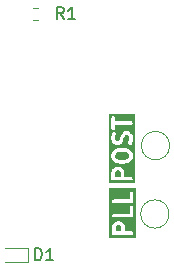
<source format=gbr>
%TF.GenerationSoftware,KiCad,Pcbnew,7.0.8*%
%TF.CreationDate,2025-05-01T09:06:41-04:00*%
%TF.ProjectId,trifalcon,74726966-616c-4636-9f6e-2e6b69636164,rev?*%
%TF.SameCoordinates,Original*%
%TF.FileFunction,Legend,Top*%
%TF.FilePolarity,Positive*%
%FSLAX46Y46*%
G04 Gerber Fmt 4.6, Leading zero omitted, Abs format (unit mm)*
G04 Created by KiCad (PCBNEW 7.0.8) date 2025-05-01 09:06:41*
%MOMM*%
%LPD*%
G01*
G04 APERTURE LIST*
%ADD10C,0.300000*%
%ADD11C,0.150000*%
%ADD12C,0.120000*%
G04 APERTURE END LIST*
D10*
G36*
X57782830Y-30075851D02*
G01*
X57819835Y-30112856D01*
X57864542Y-30202269D01*
X57864542Y-30588289D01*
X57378828Y-30588289D01*
X57378828Y-30202270D01*
X57423535Y-30112855D01*
X57460539Y-30075851D01*
X57549952Y-30031146D01*
X57693418Y-30031146D01*
X57782830Y-30075851D01*
G37*
G36*
X58437854Y-28516590D02*
G01*
X58534121Y-28612857D01*
X58578828Y-28702269D01*
X58578828Y-28917164D01*
X58534122Y-29006577D01*
X58437854Y-29102844D01*
X58210364Y-29159717D01*
X57747292Y-29159717D01*
X57519801Y-29102844D01*
X57423535Y-29006578D01*
X57378828Y-28917164D01*
X57378828Y-28702270D01*
X57423535Y-28612856D01*
X57519801Y-28516590D01*
X57747292Y-28459717D01*
X58210363Y-28459717D01*
X58437854Y-28516590D01*
G37*
G36*
X59093114Y-31102575D02*
G01*
X56864542Y-31102575D01*
X56864542Y-30738289D01*
X57078828Y-30738289D01*
X57098924Y-30813289D01*
X57153828Y-30868193D01*
X57228828Y-30888289D01*
X58014542Y-30888289D01*
X58728828Y-30888289D01*
X58803828Y-30868193D01*
X58858732Y-30813289D01*
X58878828Y-30738289D01*
X58858732Y-30663289D01*
X58803828Y-30608385D01*
X58728828Y-30588289D01*
X58164542Y-30588289D01*
X58164542Y-30166860D01*
X58155617Y-30133554D01*
X58148706Y-30099779D01*
X58077278Y-29956921D01*
X58061254Y-29938851D01*
X58049180Y-29917937D01*
X57977751Y-29846508D01*
X57956836Y-29834433D01*
X57938767Y-29818410D01*
X57795910Y-29746982D01*
X57762131Y-29740069D01*
X57728828Y-29731146D01*
X57514542Y-29731146D01*
X57481236Y-29740070D01*
X57447461Y-29746982D01*
X57304603Y-29818410D01*
X57286533Y-29834433D01*
X57265618Y-29846509D01*
X57194190Y-29917938D01*
X57182115Y-29938852D01*
X57166093Y-29956921D01*
X57094664Y-30099778D01*
X57087751Y-30133558D01*
X57078828Y-30166860D01*
X57078828Y-30738289D01*
X56864542Y-30738289D01*
X56864542Y-28952574D01*
X57078828Y-28952574D01*
X57087751Y-28985875D01*
X57094664Y-29019656D01*
X57166093Y-29162514D01*
X57182116Y-29180583D01*
X57194191Y-29201498D01*
X57337048Y-29344355D01*
X57338176Y-29345006D01*
X57338847Y-29346124D01*
X57371707Y-29364365D01*
X57404291Y-29383178D01*
X57405596Y-29383178D01*
X57406734Y-29383810D01*
X57692448Y-29455238D01*
X57710950Y-29454926D01*
X57728828Y-29459717D01*
X58228828Y-29459717D01*
X58246705Y-29454926D01*
X58265208Y-29455238D01*
X58550922Y-29383810D01*
X58552060Y-29383178D01*
X58553364Y-29383178D01*
X58585934Y-29364373D01*
X58618809Y-29346124D01*
X58619479Y-29345006D01*
X58620608Y-29344355D01*
X58763466Y-29201498D01*
X58775543Y-29180580D01*
X58791564Y-29162513D01*
X58862993Y-29019655D01*
X58869906Y-28985870D01*
X58878828Y-28952574D01*
X58878828Y-28666860D01*
X58869903Y-28633554D01*
X58862992Y-28599779D01*
X58791564Y-28456921D01*
X58775541Y-28438851D01*
X58763466Y-28417937D01*
X58620608Y-28275080D01*
X58619479Y-28274428D01*
X58618809Y-28273311D01*
X58585934Y-28255061D01*
X58553364Y-28236257D01*
X58552060Y-28236257D01*
X58550922Y-28235625D01*
X58265209Y-28164196D01*
X58246704Y-28164507D01*
X58228828Y-28159717D01*
X57728828Y-28159717D01*
X57710951Y-28164507D01*
X57692447Y-28164196D01*
X57406733Y-28235625D01*
X57405595Y-28236257D01*
X57404291Y-28236257D01*
X57371719Y-28255062D01*
X57338847Y-28273311D01*
X57338176Y-28274428D01*
X57337048Y-28275080D01*
X57194191Y-28417937D01*
X57182115Y-28438852D01*
X57166093Y-28456921D01*
X57094664Y-28599778D01*
X57087751Y-28633558D01*
X57078828Y-28666860D01*
X57078828Y-28952574D01*
X56864542Y-28952574D01*
X56864542Y-27452574D01*
X57078828Y-27452574D01*
X57087751Y-27485875D01*
X57094664Y-27519656D01*
X57166093Y-27662513D01*
X57182115Y-27680581D01*
X57194190Y-27701496D01*
X57265618Y-27772925D01*
X57286533Y-27785000D01*
X57304603Y-27801024D01*
X57447461Y-27872452D01*
X57481236Y-27879363D01*
X57514542Y-27888288D01*
X57657400Y-27888288D01*
X57690703Y-27879364D01*
X57724482Y-27872452D01*
X57867339Y-27801024D01*
X57885408Y-27785000D01*
X57906324Y-27772925D01*
X57977752Y-27701496D01*
X57989826Y-27680581D01*
X58005849Y-27662513D01*
X58077278Y-27519657D01*
X58080598Y-27503430D01*
X58088635Y-27488954D01*
X58156068Y-27219216D01*
X58209249Y-27112856D01*
X58246254Y-27075851D01*
X58335667Y-27031145D01*
X58407704Y-27031145D01*
X58497117Y-27075852D01*
X58534121Y-27112856D01*
X58578828Y-27202269D01*
X58578828Y-27499660D01*
X58515097Y-27690854D01*
X58510445Y-27768360D01*
X58545170Y-27837809D01*
X58609966Y-27880591D01*
X58687472Y-27885243D01*
X58756921Y-27850518D01*
X58799703Y-27785722D01*
X58871131Y-27571437D01*
X58872578Y-27547328D01*
X58878828Y-27524003D01*
X58878828Y-27166860D01*
X58869903Y-27133554D01*
X58862992Y-27099779D01*
X58791564Y-26956921D01*
X58775540Y-26938851D01*
X58763466Y-26917937D01*
X58692037Y-26846508D01*
X58671121Y-26834432D01*
X58653053Y-26818410D01*
X58510196Y-26746981D01*
X58476415Y-26740068D01*
X58443114Y-26731145D01*
X58300257Y-26731145D01*
X58266956Y-26740067D01*
X58233174Y-26746981D01*
X58090318Y-26818410D01*
X58072249Y-26834432D01*
X58051334Y-26846508D01*
X57979905Y-26917937D01*
X57967829Y-26938852D01*
X57951807Y-26956921D01*
X57880378Y-27099778D01*
X57877057Y-27116002D01*
X57869021Y-27130480D01*
X57801586Y-27400217D01*
X57748406Y-27506577D01*
X57711401Y-27543582D01*
X57621990Y-27588288D01*
X57549952Y-27588288D01*
X57460539Y-27543582D01*
X57423535Y-27506578D01*
X57378828Y-27417163D01*
X57378828Y-27119771D01*
X57442559Y-26928580D01*
X57447212Y-26851074D01*
X57412488Y-26781625D01*
X57347691Y-26738843D01*
X57270185Y-26734190D01*
X57200736Y-26768915D01*
X57157954Y-26833711D01*
X57086526Y-27047997D01*
X57085078Y-27072102D01*
X57078828Y-27095431D01*
X57078828Y-27452574D01*
X56864542Y-27452574D01*
X56864542Y-26452574D01*
X57078828Y-26452574D01*
X57098924Y-26527574D01*
X57153828Y-26582478D01*
X57228828Y-26602574D01*
X57303828Y-26582478D01*
X57358732Y-26527574D01*
X57378828Y-26452574D01*
X57378828Y-26174003D01*
X58728828Y-26174003D01*
X58803828Y-26153907D01*
X58858732Y-26099003D01*
X58878828Y-26024003D01*
X58858732Y-25949003D01*
X58803828Y-25894099D01*
X58728828Y-25874003D01*
X57378828Y-25874003D01*
X57378828Y-25595432D01*
X57358732Y-25520432D01*
X57303828Y-25465528D01*
X57228828Y-25445432D01*
X57153828Y-25465528D01*
X57098924Y-25520432D01*
X57078828Y-25595432D01*
X57078828Y-26452574D01*
X56864542Y-26452574D01*
X56864542Y-25231146D01*
X59093114Y-25231146D01*
X59093114Y-31102575D01*
G37*
G36*
X57833630Y-34698651D02*
G01*
X57870635Y-34735656D01*
X57915342Y-34825069D01*
X57915342Y-35211089D01*
X57429628Y-35211089D01*
X57429628Y-34825070D01*
X57474335Y-34735655D01*
X57511339Y-34698651D01*
X57600752Y-34653946D01*
X57744218Y-34653946D01*
X57833630Y-34698651D01*
G37*
G36*
X59143914Y-35725375D02*
G01*
X56915342Y-35725375D01*
X56915342Y-35361089D01*
X57129628Y-35361089D01*
X57149724Y-35436089D01*
X57204628Y-35490993D01*
X57279628Y-35511089D01*
X58065342Y-35511089D01*
X58779628Y-35511089D01*
X58854628Y-35490993D01*
X58909532Y-35436089D01*
X58929628Y-35361089D01*
X58909532Y-35286089D01*
X58854628Y-35231185D01*
X58779628Y-35211089D01*
X58215342Y-35211089D01*
X58215342Y-34789660D01*
X58206417Y-34756354D01*
X58199506Y-34722579D01*
X58128078Y-34579721D01*
X58112054Y-34561651D01*
X58099980Y-34540737D01*
X58028551Y-34469308D01*
X58007636Y-34457233D01*
X57989567Y-34441210D01*
X57846710Y-34369782D01*
X57812931Y-34362869D01*
X57779628Y-34353946D01*
X57565342Y-34353946D01*
X57532036Y-34362870D01*
X57498261Y-34369782D01*
X57355403Y-34441210D01*
X57337333Y-34457233D01*
X57316418Y-34469309D01*
X57244990Y-34540738D01*
X57232915Y-34561652D01*
X57216893Y-34579721D01*
X57145464Y-34722578D01*
X57138551Y-34756358D01*
X57129628Y-34789660D01*
X57129628Y-35361089D01*
X56915342Y-35361089D01*
X56915342Y-33861089D01*
X57129628Y-33861089D01*
X57149724Y-33936089D01*
X57204628Y-33990993D01*
X57279628Y-34011089D01*
X58779628Y-34011089D01*
X58854628Y-33990993D01*
X58909532Y-33936089D01*
X58929628Y-33861089D01*
X58929628Y-33146803D01*
X58909532Y-33071803D01*
X58854628Y-33016899D01*
X58779628Y-32996803D01*
X58704628Y-33016899D01*
X58649724Y-33071803D01*
X58629628Y-33146803D01*
X58629628Y-33711089D01*
X57279628Y-33711089D01*
X57204628Y-33731185D01*
X57149724Y-33786089D01*
X57129628Y-33861089D01*
X56915342Y-33861089D01*
X56915342Y-32646803D01*
X57129628Y-32646803D01*
X57149724Y-32721803D01*
X57204628Y-32776707D01*
X57279628Y-32796803D01*
X58779628Y-32796803D01*
X58854628Y-32776707D01*
X58909532Y-32721803D01*
X58929628Y-32646803D01*
X58929628Y-31932517D01*
X58909532Y-31857517D01*
X58854628Y-31802613D01*
X58779628Y-31782517D01*
X58704628Y-31802613D01*
X58649724Y-31857517D01*
X58629628Y-31932517D01*
X58629628Y-32496803D01*
X57279628Y-32496803D01*
X57204628Y-32516899D01*
X57149724Y-32571803D01*
X57129628Y-32646803D01*
X56915342Y-32646803D01*
X56915342Y-31568231D01*
X59143914Y-31568231D01*
X59143914Y-35725375D01*
G37*
D11*
X50620705Y-37640419D02*
X50620705Y-36640419D01*
X50620705Y-36640419D02*
X50858800Y-36640419D01*
X50858800Y-36640419D02*
X51001657Y-36688038D01*
X51001657Y-36688038D02*
X51096895Y-36783276D01*
X51096895Y-36783276D02*
X51144514Y-36878514D01*
X51144514Y-36878514D02*
X51192133Y-37068990D01*
X51192133Y-37068990D02*
X51192133Y-37211847D01*
X51192133Y-37211847D02*
X51144514Y-37402323D01*
X51144514Y-37402323D02*
X51096895Y-37497561D01*
X51096895Y-37497561D02*
X51001657Y-37592800D01*
X51001657Y-37592800D02*
X50858800Y-37640419D01*
X50858800Y-37640419D02*
X50620705Y-37640419D01*
X52144514Y-37640419D02*
X51573086Y-37640419D01*
X51858800Y-37640419D02*
X51858800Y-36640419D01*
X51858800Y-36640419D02*
X51763562Y-36783276D01*
X51763562Y-36783276D02*
X51668324Y-36878514D01*
X51668324Y-36878514D02*
X51573086Y-36926133D01*
X53033133Y-17218819D02*
X52699800Y-16742628D01*
X52461705Y-17218819D02*
X52461705Y-16218819D01*
X52461705Y-16218819D02*
X52842657Y-16218819D01*
X52842657Y-16218819D02*
X52937895Y-16266438D01*
X52937895Y-16266438D02*
X52985514Y-16314057D01*
X52985514Y-16314057D02*
X53033133Y-16409295D01*
X53033133Y-16409295D02*
X53033133Y-16552152D01*
X53033133Y-16552152D02*
X52985514Y-16647390D01*
X52985514Y-16647390D02*
X52937895Y-16695009D01*
X52937895Y-16695009D02*
X52842657Y-16742628D01*
X52842657Y-16742628D02*
X52461705Y-16742628D01*
X53985514Y-17218819D02*
X53414086Y-17218819D01*
X53699800Y-17218819D02*
X53699800Y-16218819D01*
X53699800Y-16218819D02*
X53604562Y-16361676D01*
X53604562Y-16361676D02*
X53509324Y-16456914D01*
X53509324Y-16456914D02*
X53414086Y-16504533D01*
D12*
%TO.C,D1*%
X50016800Y-37785600D02*
X50016800Y-36585600D01*
X48056800Y-37785600D02*
X50016800Y-37785600D01*
X48056800Y-36585600D02*
X50016800Y-36585600D01*
%TO.C,TP4*%
X62007600Y-27940000D02*
G75*
G03*
X62007600Y-27940000I-1200000J0D01*
G01*
%TO.C,R1*%
X50422542Y-16292300D02*
X50897058Y-16292300D01*
X50422542Y-17337300D02*
X50897058Y-17337300D01*
%TO.C,TP3*%
X61956800Y-33731200D02*
G75*
G03*
X61956800Y-33731200I-1200000J0D01*
G01*
%TD*%
M02*

</source>
